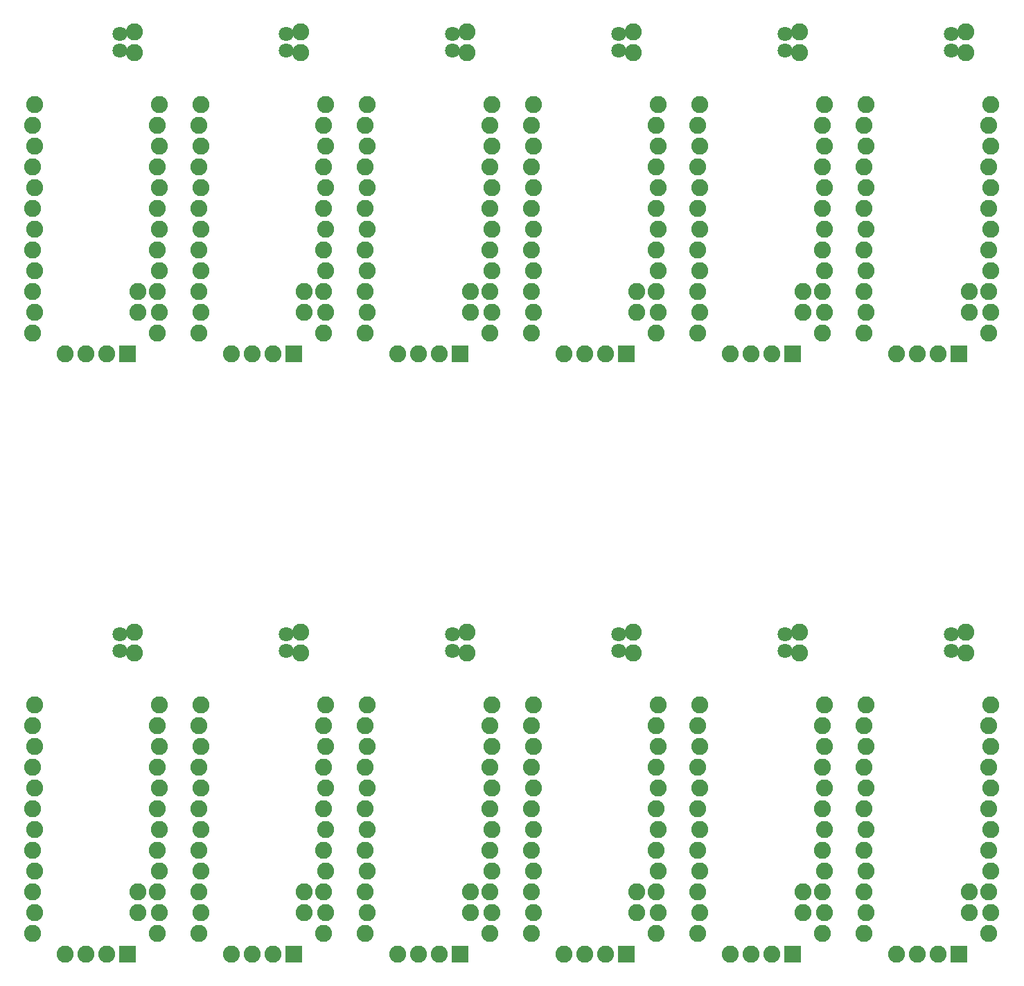
<source format=gbs>
G75*
%MOIN*%
%OFA0B0*%
%FSLAX25Y25*%
%IPPOS*%
%LPD*%
%AMOC8*
5,1,8,0,0,1.08239X$1,22.5*
%
%ADD10C,0.08200*%
%ADD11C,0.07099*%
%ADD12R,0.08200X0.08200*%
D10*
X0341000Y0046500D03*
X0342000Y0056500D03*
X0341000Y0066500D03*
X0342000Y0076500D03*
X0341000Y0086500D03*
X0342000Y0096500D03*
X0341000Y0106500D03*
X0342000Y0116500D03*
X0341000Y0126500D03*
X0342000Y0136500D03*
X0341000Y0146500D03*
X0342000Y0156500D03*
X0390000Y0181500D03*
X0390000Y0191500D03*
X0402000Y0156500D03*
X0401000Y0146500D03*
X0402000Y0136500D03*
X0401000Y0126500D03*
X0402000Y0116500D03*
X0401000Y0106500D03*
X0402000Y0096500D03*
X0401000Y0086500D03*
X0402000Y0076500D03*
X0401000Y0066500D03*
X0391500Y0066500D03*
X0391500Y0056500D03*
X0402000Y0056500D03*
X0401000Y0046500D03*
X0421000Y0046500D03*
X0422000Y0056500D03*
X0421000Y0066500D03*
X0422000Y0076500D03*
X0421000Y0086500D03*
X0422000Y0096500D03*
X0421000Y0106500D03*
X0422000Y0116500D03*
X0421000Y0126500D03*
X0422000Y0136500D03*
X0421000Y0146500D03*
X0422000Y0156500D03*
X0470000Y0181500D03*
X0470000Y0191500D03*
X0482000Y0156500D03*
X0481000Y0146500D03*
X0482000Y0136500D03*
X0481000Y0126500D03*
X0482000Y0116500D03*
X0481000Y0106500D03*
X0482000Y0096500D03*
X0481000Y0086500D03*
X0482000Y0076500D03*
X0481000Y0066500D03*
X0482000Y0056500D03*
X0481000Y0046500D03*
X0471500Y0056500D03*
X0471500Y0066500D03*
X0501000Y0066500D03*
X0502000Y0056500D03*
X0501000Y0046500D03*
X0516500Y0036500D03*
X0526500Y0036500D03*
X0536500Y0036500D03*
X0561000Y0046500D03*
X0562000Y0056500D03*
X0561000Y0066500D03*
X0551500Y0066500D03*
X0551500Y0056500D03*
X0562000Y0076500D03*
X0561000Y0086500D03*
X0562000Y0096500D03*
X0561000Y0106500D03*
X0562000Y0116500D03*
X0561000Y0126500D03*
X0562000Y0136500D03*
X0561000Y0146500D03*
X0562000Y0156500D03*
X0581000Y0146500D03*
X0582000Y0156500D03*
X0582000Y0136500D03*
X0581000Y0126500D03*
X0582000Y0116500D03*
X0581000Y0106500D03*
X0582000Y0096500D03*
X0581000Y0086500D03*
X0582000Y0076500D03*
X0581000Y0066500D03*
X0582000Y0056500D03*
X0581000Y0046500D03*
X0596500Y0036500D03*
X0606500Y0036500D03*
X0616500Y0036500D03*
X0641000Y0046500D03*
X0642000Y0056500D03*
X0641000Y0066500D03*
X0631500Y0066500D03*
X0631500Y0056500D03*
X0642000Y0076500D03*
X0641000Y0086500D03*
X0642000Y0096500D03*
X0641000Y0106500D03*
X0642000Y0116500D03*
X0641000Y0126500D03*
X0642000Y0136500D03*
X0641000Y0146500D03*
X0642000Y0156500D03*
X0662000Y0156500D03*
X0661000Y0146500D03*
X0662000Y0136500D03*
X0661000Y0126500D03*
X0662000Y0116500D03*
X0661000Y0106500D03*
X0662000Y0096500D03*
X0661000Y0086500D03*
X0662000Y0076500D03*
X0661000Y0066500D03*
X0662000Y0056500D03*
X0661000Y0046500D03*
X0676500Y0036500D03*
X0686500Y0036500D03*
X0696500Y0036500D03*
X0721000Y0046500D03*
X0722000Y0056500D03*
X0721000Y0066500D03*
X0711500Y0066500D03*
X0711500Y0056500D03*
X0722000Y0076500D03*
X0721000Y0086500D03*
X0722000Y0096500D03*
X0721000Y0106500D03*
X0722000Y0116500D03*
X0721000Y0126500D03*
X0722000Y0136500D03*
X0721000Y0146500D03*
X0722000Y0156500D03*
X0741000Y0146500D03*
X0742000Y0156500D03*
X0742000Y0136500D03*
X0741000Y0126500D03*
X0742000Y0116500D03*
X0741000Y0106500D03*
X0742000Y0096500D03*
X0741000Y0086500D03*
X0742000Y0076500D03*
X0741000Y0066500D03*
X0742000Y0056500D03*
X0741000Y0046500D03*
X0756500Y0036500D03*
X0766500Y0036500D03*
X0776500Y0036500D03*
X0801000Y0046500D03*
X0802000Y0056500D03*
X0801000Y0066500D03*
X0791500Y0066500D03*
X0791500Y0056500D03*
X0802000Y0076500D03*
X0801000Y0086500D03*
X0802000Y0096500D03*
X0801000Y0106500D03*
X0802000Y0116500D03*
X0801000Y0126500D03*
X0802000Y0136500D03*
X0801000Y0146500D03*
X0802000Y0156500D03*
X0790000Y0181500D03*
X0790000Y0191500D03*
X0710000Y0191500D03*
X0710000Y0181500D03*
X0630000Y0181500D03*
X0630000Y0191500D03*
X0550000Y0191500D03*
X0550000Y0181500D03*
X0502000Y0156500D03*
X0501000Y0146500D03*
X0502000Y0136500D03*
X0501000Y0126500D03*
X0502000Y0116500D03*
X0501000Y0106500D03*
X0502000Y0096500D03*
X0501000Y0086500D03*
X0502000Y0076500D03*
X0456500Y0036500D03*
X0446500Y0036500D03*
X0436500Y0036500D03*
X0376500Y0036500D03*
X0366500Y0036500D03*
X0356500Y0036500D03*
X0356500Y0325500D03*
X0366500Y0325500D03*
X0376500Y0325500D03*
X0391500Y0345500D03*
X0402000Y0345500D03*
X0401000Y0335500D03*
X0421000Y0335500D03*
X0422000Y0345500D03*
X0421000Y0355500D03*
X0422000Y0365500D03*
X0421000Y0375500D03*
X0422000Y0385500D03*
X0421000Y0395500D03*
X0422000Y0405500D03*
X0421000Y0415500D03*
X0422000Y0425500D03*
X0421000Y0435500D03*
X0422000Y0445500D03*
X0402000Y0445500D03*
X0401000Y0435500D03*
X0402000Y0425500D03*
X0401000Y0415500D03*
X0402000Y0405500D03*
X0401000Y0395500D03*
X0402000Y0385500D03*
X0401000Y0375500D03*
X0402000Y0365500D03*
X0401000Y0355500D03*
X0391500Y0355500D03*
X0436500Y0325500D03*
X0446500Y0325500D03*
X0456500Y0325500D03*
X0471500Y0345500D03*
X0471500Y0355500D03*
X0481000Y0355500D03*
X0482000Y0345500D03*
X0481000Y0335500D03*
X0501000Y0335500D03*
X0502000Y0345500D03*
X0501000Y0355500D03*
X0502000Y0365500D03*
X0501000Y0375500D03*
X0502000Y0385500D03*
X0501000Y0395500D03*
X0502000Y0405500D03*
X0501000Y0415500D03*
X0502000Y0425500D03*
X0501000Y0435500D03*
X0502000Y0445500D03*
X0482000Y0445500D03*
X0481000Y0435500D03*
X0482000Y0425500D03*
X0481000Y0415500D03*
X0482000Y0405500D03*
X0481000Y0395500D03*
X0482000Y0385500D03*
X0481000Y0375500D03*
X0482000Y0365500D03*
X0516500Y0325500D03*
X0526500Y0325500D03*
X0536500Y0325500D03*
X0551500Y0345500D03*
X0562000Y0345500D03*
X0561000Y0335500D03*
X0581000Y0335500D03*
X0582000Y0345500D03*
X0581000Y0355500D03*
X0582000Y0365500D03*
X0581000Y0375500D03*
X0582000Y0385500D03*
X0581000Y0395500D03*
X0582000Y0405500D03*
X0581000Y0415500D03*
X0582000Y0425500D03*
X0581000Y0435500D03*
X0582000Y0445500D03*
X0562000Y0445500D03*
X0561000Y0435500D03*
X0562000Y0425500D03*
X0561000Y0415500D03*
X0562000Y0405500D03*
X0561000Y0395500D03*
X0562000Y0385500D03*
X0561000Y0375500D03*
X0562000Y0365500D03*
X0561000Y0355500D03*
X0551500Y0355500D03*
X0596500Y0325500D03*
X0606500Y0325500D03*
X0616500Y0325500D03*
X0631500Y0345500D03*
X0631500Y0355500D03*
X0641000Y0355500D03*
X0642000Y0345500D03*
X0641000Y0335500D03*
X0661000Y0335500D03*
X0662000Y0345500D03*
X0661000Y0355500D03*
X0662000Y0365500D03*
X0661000Y0375500D03*
X0662000Y0385500D03*
X0661000Y0395500D03*
X0662000Y0405500D03*
X0661000Y0415500D03*
X0662000Y0425500D03*
X0661000Y0435500D03*
X0662000Y0445500D03*
X0642000Y0445500D03*
X0641000Y0435500D03*
X0642000Y0425500D03*
X0641000Y0415500D03*
X0642000Y0405500D03*
X0641000Y0395500D03*
X0642000Y0385500D03*
X0641000Y0375500D03*
X0642000Y0365500D03*
X0676500Y0325500D03*
X0686500Y0325500D03*
X0696500Y0325500D03*
X0711500Y0345500D03*
X0722000Y0345500D03*
X0721000Y0335500D03*
X0741000Y0335500D03*
X0742000Y0345500D03*
X0741000Y0355500D03*
X0742000Y0365500D03*
X0741000Y0375500D03*
X0742000Y0385500D03*
X0741000Y0395500D03*
X0742000Y0405500D03*
X0741000Y0415500D03*
X0742000Y0425500D03*
X0741000Y0435500D03*
X0742000Y0445500D03*
X0722000Y0445500D03*
X0721000Y0435500D03*
X0722000Y0425500D03*
X0721000Y0415500D03*
X0722000Y0405500D03*
X0721000Y0395500D03*
X0722000Y0385500D03*
X0721000Y0375500D03*
X0722000Y0365500D03*
X0721000Y0355500D03*
X0711500Y0355500D03*
X0756500Y0325500D03*
X0766500Y0325500D03*
X0776500Y0325500D03*
X0791500Y0345500D03*
X0791500Y0355500D03*
X0801000Y0355500D03*
X0802000Y0345500D03*
X0801000Y0335500D03*
X0802000Y0365500D03*
X0801000Y0375500D03*
X0802000Y0385500D03*
X0801000Y0395500D03*
X0802000Y0405500D03*
X0801000Y0415500D03*
X0802000Y0425500D03*
X0801000Y0435500D03*
X0802000Y0445500D03*
X0790000Y0470500D03*
X0790000Y0480500D03*
X0710000Y0480500D03*
X0710000Y0470500D03*
X0630000Y0470500D03*
X0630000Y0480500D03*
X0550000Y0480500D03*
X0550000Y0470500D03*
X0470000Y0470500D03*
X0470000Y0480500D03*
X0390000Y0480500D03*
X0390000Y0470500D03*
X0342000Y0445500D03*
X0341000Y0435500D03*
X0342000Y0425500D03*
X0341000Y0415500D03*
X0342000Y0405500D03*
X0341000Y0395500D03*
X0342000Y0385500D03*
X0341000Y0375500D03*
X0342000Y0365500D03*
X0341000Y0355500D03*
X0342000Y0345500D03*
X0341000Y0335500D03*
D11*
X0382750Y0471563D03*
X0382750Y0479437D03*
X0462750Y0479437D03*
X0462750Y0471563D03*
X0542750Y0471563D03*
X0542750Y0479437D03*
X0622750Y0479437D03*
X0622750Y0471563D03*
X0702750Y0471563D03*
X0702750Y0479437D03*
X0782750Y0479437D03*
X0782750Y0471563D03*
X0782750Y0190437D03*
X0782750Y0182563D03*
X0702750Y0182563D03*
X0702750Y0190437D03*
X0622750Y0190437D03*
X0622750Y0182563D03*
X0542750Y0182563D03*
X0542750Y0190437D03*
X0462750Y0190437D03*
X0462750Y0182563D03*
X0382750Y0182563D03*
X0382750Y0190437D03*
D12*
X0386500Y0325500D03*
X0466500Y0325500D03*
X0546500Y0325500D03*
X0626500Y0325500D03*
X0706500Y0325500D03*
X0786500Y0325500D03*
X0786500Y0036500D03*
X0706500Y0036500D03*
X0626500Y0036500D03*
X0546500Y0036500D03*
X0466500Y0036500D03*
X0386500Y0036500D03*
M02*

</source>
